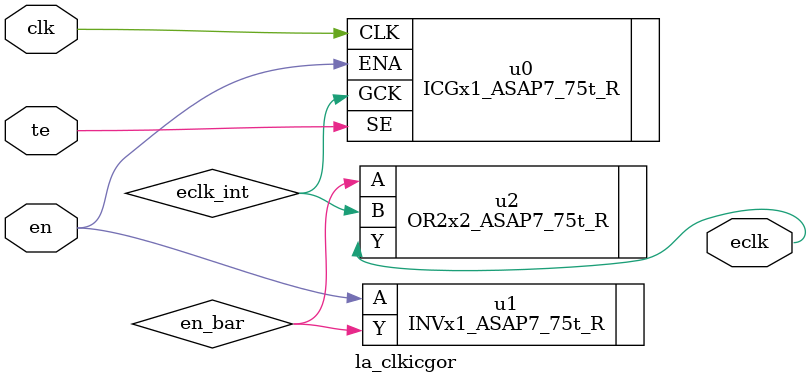
<source format=v>

(* keep_hierarchy *)
module la_clkicgor #(
    parameter PROP = "DEFAULT"
) (
    input  clk,  // clock input
    input  te,   // test enable
    input  en,   // enable
    output eclk  // enabled clock output
);

  // reg en_stable;

  // always @(clk or en or te) if (clk) en_stable <= en | te;

  // assign eclk = clk | ~en_stable;

  wire eclk_int;
  wire en_bar;

  ICGx1_ASAP7_75t_R u0 (
      .CLK(clk),
      .ENA(en),
      .SE (te),
      .GCK(eclk_int)
  );

  INVx1_ASAP7_75t_R u1 (
      .A(en),
      .Y(en_bar)
  );
  OR2x2_ASAP7_75t_R u2 (
      .A(en_bar),
      .B(eclk_int),
      .Y(eclk)
  );

endmodule

</source>
